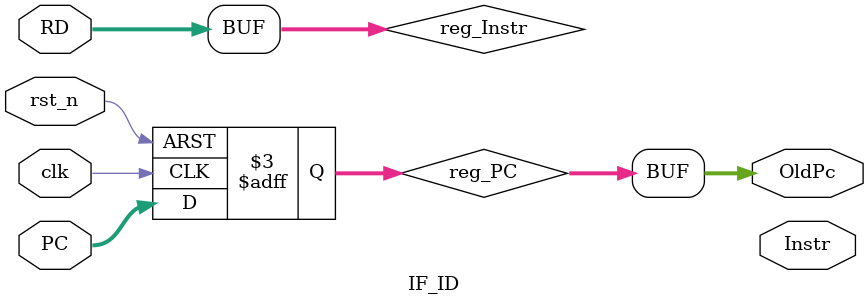
<source format=v>
module IF_ID #(
    parameter DATA_WIDTH = 32,
    parameter ADDR_WIDTH = 32
)(
    input clk, rst_n,
    input [DATA_WIDTH - 1:0] RD, 
    input [ADDR_WIDTH - 1:0] PC,
    output [DATA_WIDTH - 1:0] Instr,
    output [ADDR_WIDTH - 1:0] OldPc
);
    reg [ADDR_WIDTH - 1:0] reg_PC;
    reg [DATA_WIDTH - 1:0] reg_Instr;

    always @(posedge clk or negedge rst_n) begin
        if (~rst_n) begin
            reg_PC      <= 32'd0;
            reg_Instr   <= 32'd0;
        end 
        else begin
            reg_PC      <= PC;
            reg_Instr   <= RD;
        end 
    end 

    assign OldPc    = reg_PC;
    assign RD       = reg_Instr;
endmodule
</source>
